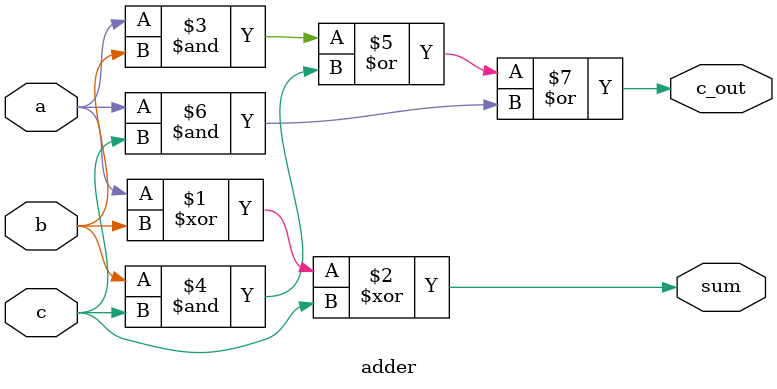
<source format=v>
module four_bit_FA (a, b, c_in, sum, c_out);
    
input [3:0] a, b;
input c_in;
output [3:0] sum;
output c_out;
wire [2:0] c;
    
adder add_1 (a[0], b[0], c_in, sum[0], c[0]);
adder add_2 (a[1], b[1], c[0], sum[1], c[1]);
adder add_3 (a[2], b[2], c[1], sum[2], c[2]);
adder add_4 (a[3], b[3], c[2], sum[3], c_out);

endmodule


    module adder (a, b, c, sum, c_out);
        input a, b, c;
        output c_out, sum;

        assign sum = a ^ b ^ c;
        assign c_out = (a&b) | (b&c) | (a&c);
    endmodule

</source>
